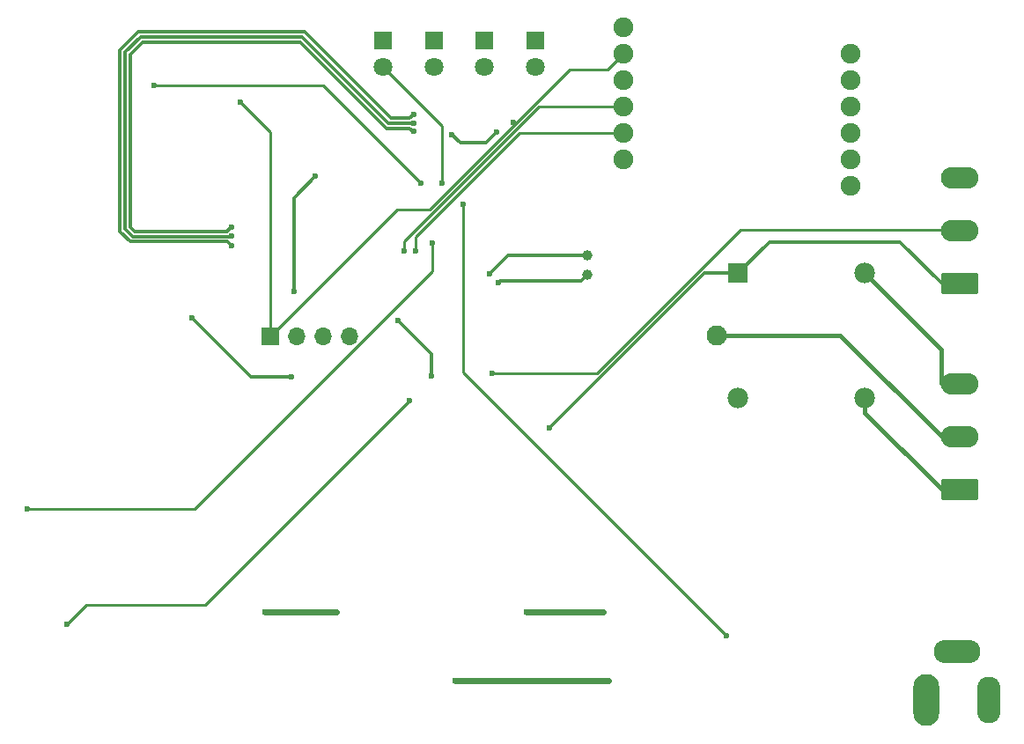
<source format=gbr>
%TF.GenerationSoftware,KiCad,Pcbnew,7.0.1*%
%TF.CreationDate,2023-05-03T11:58:35+03:00*%
%TF.ProjectId,damlama,64616d6c-616d-4612-9e6b-696361645f70,rev?*%
%TF.SameCoordinates,Original*%
%TF.FileFunction,Copper,L2,Bot*%
%TF.FilePolarity,Positive*%
%FSLAX46Y46*%
G04 Gerber Fmt 4.6, Leading zero omitted, Abs format (unit mm)*
G04 Created by KiCad (PCBNEW 7.0.1) date 2023-05-03 11:58:35*
%MOMM*%
%LPD*%
G01*
G04 APERTURE LIST*
G04 Aperture macros list*
%AMRoundRect*
0 Rectangle with rounded corners*
0 $1 Rounding radius*
0 $2 $3 $4 $5 $6 $7 $8 $9 X,Y pos of 4 corners*
0 Add a 4 corners polygon primitive as box body*
4,1,4,$2,$3,$4,$5,$6,$7,$8,$9,$2,$3,0*
0 Add four circle primitives for the rounded corners*
1,1,$1+$1,$2,$3*
1,1,$1+$1,$4,$5*
1,1,$1+$1,$6,$7*
1,1,$1+$1,$8,$9*
0 Add four rect primitives between the rounded corners*
20,1,$1+$1,$2,$3,$4,$5,0*
20,1,$1+$1,$4,$5,$6,$7,0*
20,1,$1+$1,$6,$7,$8,$9,0*
20,1,$1+$1,$8,$9,$2,$3,0*%
G04 Aperture macros list end*
%TA.AperFunction,ComponentPad*%
%ADD10O,2.500000X5.000000*%
%TD*%
%TA.AperFunction,ComponentPad*%
%ADD11O,2.250000X4.500000*%
%TD*%
%TA.AperFunction,ComponentPad*%
%ADD12O,4.500000X2.250000*%
%TD*%
%TA.AperFunction,ComponentPad*%
%ADD13RoundRect,0.249999X1.550001X-0.790001X1.550001X0.790001X-1.550001X0.790001X-1.550001X-0.790001X0*%
%TD*%
%TA.AperFunction,ComponentPad*%
%ADD14O,3.600000X2.080000*%
%TD*%
%TA.AperFunction,ComponentPad*%
%ADD15R,1.980000X1.980000*%
%TD*%
%TA.AperFunction,ComponentPad*%
%ADD16C,1.980000*%
%TD*%
%TA.AperFunction,ComponentPad*%
%ADD17C,1.935000*%
%TD*%
%TA.AperFunction,ComponentPad*%
%ADD18R,1.800000X1.800000*%
%TD*%
%TA.AperFunction,ComponentPad*%
%ADD19C,1.800000*%
%TD*%
%TA.AperFunction,ComponentPad*%
%ADD20C,1.900000*%
%TD*%
%TA.AperFunction,ComponentPad*%
%ADD21C,1.000000*%
%TD*%
%TA.AperFunction,ComponentPad*%
%ADD22R,1.700000X1.700000*%
%TD*%
%TA.AperFunction,ComponentPad*%
%ADD23O,1.700000X1.700000*%
%TD*%
%TA.AperFunction,ViaPad*%
%ADD24C,0.600000*%
%TD*%
%TA.AperFunction,Conductor*%
%ADD25C,0.300000*%
%TD*%
%TA.AperFunction,Conductor*%
%ADD26C,0.250000*%
%TD*%
%TA.AperFunction,Conductor*%
%ADD27C,0.600000*%
%TD*%
%TA.AperFunction,Conductor*%
%ADD28C,0.400000*%
%TD*%
G04 APERTURE END LIST*
D10*
%TO.P,J4,1*%
%TO.N,/Power/VIN*%
X168200000Y-126200000D03*
D11*
%TO.P,J4,2*%
%TO.N,GND*%
X174200000Y-126200000D03*
D12*
%TO.P,J4,3*%
X171200000Y-121500000D03*
%TD*%
D13*
%TO.P,J6,1,Pin_1*%
%TO.N,+5V*%
X171400000Y-86100000D03*
D14*
%TO.P,J6,2,Pin_2*%
%TO.N,/ADC/SENSOR*%
X171400000Y-81020000D03*
%TO.P,J6,3,Pin_3*%
%TO.N,GND*%
X171400000Y-75940000D03*
%TD*%
D15*
%TO.P,K1,A1*%
%TO.N,+5V*%
X150110000Y-85122500D03*
D16*
%TO.P,K1,A2*%
%TO.N,Net-(D4-A)*%
X150110000Y-97122500D03*
D17*
%TO.P,K1,COM*%
%TO.N,/RELAY/RLIN*%
X148110000Y-91122500D03*
D16*
%TO.P,K1,NC*%
%TO.N,/RELAY/RLNC*%
X162310000Y-85122500D03*
%TO.P,K1,NO*%
%TO.N,/RELAY/RLNO*%
X162310000Y-97122500D03*
%TD*%
D18*
%TO.P,D5,1,K*%
%TO.N,Net-(D5-K)*%
X120866668Y-62725000D03*
D19*
%TO.P,D5,2,A*%
%TO.N,/MCU/LED_ACT*%
X120866668Y-65265000D03*
%TD*%
D20*
%TO.P,U3,1,NET*%
%TO.N,unconnected-(U3-NET-Pad1)*%
X139060000Y-61500000D03*
%TO.P,U3,2,VCC*%
%TO.N,+3V3*%
X139060000Y-64040000D03*
%TO.P,U3,3,RST*%
%TO.N,unconnected-(U3-RST-Pad3)*%
X139060000Y-66580000D03*
%TO.P,U3,4,RXD*%
%TO.N,/GSM/RXD*%
X139060000Y-69120000D03*
%TO.P,U3,5,TXD*%
%TO.N,/GSM/TXD*%
X139060000Y-71660000D03*
%TO.P,U3,6,GND*%
%TO.N,GND*%
X139060000Y-74200000D03*
%TO.P,U3,7,SPK-*%
%TO.N,unconnected-(U3-SPK--Pad7)*%
X160930000Y-76740000D03*
%TO.P,U3,8,SPK+*%
%TO.N,unconnected-(U3-SPK+-Pad8)*%
X160930000Y-74200000D03*
%TO.P,U3,9,MIC-*%
%TO.N,unconnected-(U3-MIC--Pad9)*%
X160930000Y-71660000D03*
%TO.P,U3,10,MIC+*%
%TO.N,unconnected-(U3-MIC+-Pad10)*%
X160930000Y-69120000D03*
%TO.P,U3,11,DTR*%
%TO.N,unconnected-(U3-DTR-Pad11)*%
X160930000Y-66580000D03*
%TO.P,U3,12,RING*%
%TO.N,unconnected-(U3-RING-Pad12)*%
X160930000Y-64040000D03*
%TD*%
D13*
%TO.P,J5,1,Pin_1*%
%TO.N,/RELAY/RLNO*%
X171422500Y-105900000D03*
D14*
%TO.P,J5,2,Pin_2*%
%TO.N,/RELAY/RLIN*%
X171422500Y-100820000D03*
%TO.P,J5,3,Pin_3*%
%TO.N,/RELAY/RLNC*%
X171422500Y-95740000D03*
%TD*%
D21*
%TO.P,Y1,1,1*%
%TO.N,/MCU/RCC_OSC32_OUT*%
X135610000Y-83374000D03*
%TO.P,Y1,2,2*%
%TO.N,/MCU/RCC_OSC32_IN*%
X135610000Y-85274000D03*
%TD*%
D18*
%TO.P,D6,1,K*%
%TO.N,Net-(D6-K)*%
X125733334Y-62725000D03*
D19*
%TO.P,D6,2,A*%
%TO.N,/MCU/LED_DEACT*%
X125733334Y-65265000D03*
%TD*%
D22*
%TO.P,J3,1,Pin_1*%
%TO.N,+3V3*%
X105156000Y-91186000D03*
D23*
%TO.P,J3,2,Pin_2*%
%TO.N,GND*%
X107696000Y-91186000D03*
%TO.P,J3,3,Pin_3*%
%TO.N,/MCU/SWDIO*%
X110236000Y-91186000D03*
%TO.P,J3,4,Pin_4*%
%TO.N,/MCU/SWCLK*%
X112776000Y-91186000D03*
%TD*%
D18*
%TO.P,D8,1,K*%
%TO.N,Net-(D8-K)*%
X116000000Y-62725000D03*
D19*
%TO.P,D8,2,A*%
%TO.N,/Power/+12V*%
X116000000Y-65265000D03*
%TD*%
D18*
%TO.P,D7,1,K*%
%TO.N,Net-(D7-K)*%
X130600000Y-62725000D03*
D19*
%TO.P,D7,2,A*%
%TO.N,/MCU/LED_ERR*%
X130600000Y-65265000D03*
%TD*%
D24*
%TO.N,GND*%
X107200000Y-95100000D03*
X109500000Y-75800000D03*
X107400000Y-86900000D03*
X122600000Y-71800000D03*
X126900000Y-71600000D03*
X97600000Y-89400000D03*
%TO.N,/Power/+12V*%
X123698000Y-78486000D03*
X137668000Y-124279500D03*
X149000000Y-120000000D03*
X122936000Y-124279500D03*
X121666000Y-76454000D03*
%TO.N,+5V*%
X132000000Y-100000000D03*
%TO.N,+3V3*%
X102300000Y-68706000D03*
X128500000Y-70600000D03*
%TO.N,/MCU/BTN_ACT*%
X93980000Y-67056000D03*
X119634000Y-76454000D03*
%TO.N,/MCU/RCC_OSC32_IN*%
X127100000Y-86000000D03*
%TO.N,/MCU/RCC_OSC32_OUT*%
X126200000Y-85219500D03*
%TO.N,/ADC/SENSOR*%
X85598000Y-118872000D03*
X118500000Y-97400000D03*
X126500000Y-94800000D03*
%TO.N,/MCU/LED_ACT*%
X118969383Y-69831611D03*
X101400000Y-82500000D03*
%TO.N,/MCU/LED_DEACT*%
X101399199Y-81583932D03*
X118969383Y-70700497D03*
%TO.N,/MCU/LED_ERR*%
X101413173Y-80686827D03*
X118969383Y-71500000D03*
%TO.N,/MCU/RELAY*%
X117400000Y-89700000D03*
X120600000Y-95000000D03*
%TO.N,/ADC/ADC*%
X81800000Y-107800000D03*
X120700000Y-82200000D03*
%TO.N,/GSM/RXD*%
X118000000Y-83000000D03*
%TO.N,/GSM/TXD*%
X119100000Y-83000000D03*
%TO.N,Net-(D10-A)*%
X129794000Y-117675500D03*
X137160000Y-117675500D03*
%TO.N,Net-(D12-A)*%
X111506000Y-117675500D03*
X104648000Y-117675500D03*
%TD*%
D25*
%TO.N,GND*%
X125900000Y-72600000D02*
X126900000Y-71600000D01*
X122600000Y-71800000D02*
X123400000Y-72600000D01*
X107400000Y-86900000D02*
X107400000Y-77900000D01*
X107400000Y-77900000D02*
X109500000Y-75800000D01*
X107200000Y-95100000D02*
X103300000Y-95100000D01*
X103300000Y-95100000D02*
X97600000Y-89400000D01*
X123400000Y-72600000D02*
X125900000Y-72600000D01*
D26*
%TO.N,/Power/+12V*%
X123698000Y-78486000D02*
X123698000Y-86106000D01*
X121666000Y-70931000D02*
X121666000Y-76454000D01*
D27*
X137668000Y-124279500D02*
X122936000Y-124279500D01*
D26*
X123698000Y-86106000D02*
X123698000Y-94698000D01*
X123698000Y-94698000D02*
X149000000Y-120000000D01*
X116000000Y-65265000D02*
X121666000Y-70931000D01*
D25*
%TO.N,+5V*%
X146877500Y-85122500D02*
X150110000Y-85122500D01*
X165658750Y-82116250D02*
X153116250Y-82116250D01*
X153116250Y-82116250D02*
X150110000Y-85122500D01*
X132000000Y-100000000D02*
X146877500Y-85122500D01*
X169622500Y-86080000D02*
X165658750Y-82116250D01*
D26*
%TO.N,+3V3*%
X117342000Y-79000000D02*
X105156000Y-91186000D01*
X137568000Y-65532000D02*
X133931604Y-65532000D01*
X105156000Y-91186000D02*
X105156000Y-71562000D01*
X105156000Y-71562000D02*
X102300000Y-68706000D01*
X139060000Y-64040000D02*
X137568000Y-65532000D01*
X133931604Y-65532000D02*
X120463604Y-79000000D01*
X120463604Y-79000000D02*
X117342000Y-79000000D01*
%TO.N,/MCU/BTN_ACT*%
X110236000Y-67056000D02*
X119634000Y-76454000D01*
X93980000Y-67056000D02*
X110236000Y-67056000D01*
D25*
%TO.N,/MCU/RCC_OSC32_IN*%
X127230500Y-85869500D02*
X127100000Y-86000000D01*
X135014500Y-85869500D02*
X127230500Y-85869500D01*
X135610000Y-85274000D02*
X135014500Y-85869500D01*
%TO.N,/MCU/RCC_OSC32_OUT*%
X128045500Y-83374000D02*
X126200000Y-85219500D01*
X135610000Y-83374000D02*
X128045500Y-83374000D01*
D26*
%TO.N,/ADC/SENSOR*%
X98849500Y-117050500D02*
X118500000Y-97400000D01*
X169622500Y-81000000D02*
X150328248Y-81000000D01*
X126500000Y-94800000D02*
X136528248Y-94800000D01*
X87419500Y-117050500D02*
X98849500Y-117050500D01*
X85598000Y-118872000D02*
X87419500Y-117050500D01*
X150328248Y-81000000D02*
X149864124Y-81464124D01*
X136528248Y-94800000D02*
X149864124Y-81464124D01*
D25*
%TO.N,/MCU/LED_ACT*%
X90700000Y-81107106D02*
X91692894Y-82100000D01*
X90700000Y-63685788D02*
X90700000Y-81107106D01*
X118919030Y-69831611D02*
X118550144Y-70200497D01*
X118550144Y-70200497D02*
X116714709Y-70200497D01*
X101000000Y-82100000D02*
X101400000Y-82500000D01*
X116714709Y-70200497D02*
X108414212Y-61900000D01*
X118969383Y-69831611D02*
X118919030Y-69831611D01*
X92485788Y-61900000D02*
X90700000Y-63685788D01*
X91692894Y-82100000D02*
X101000000Y-82100000D01*
X108414212Y-61900000D02*
X92485788Y-61900000D01*
%TO.N,/MCU/LED_DEACT*%
X91200000Y-80900000D02*
X91900000Y-81600000D01*
X108207106Y-62400000D02*
X92692894Y-62400000D01*
X118900000Y-70700497D02*
X116507603Y-70700497D01*
X101383131Y-81600000D02*
X101399199Y-81583932D01*
X116507603Y-70700497D02*
X108207106Y-62400000D01*
X91900000Y-81600000D02*
X101383131Y-81600000D01*
X91200000Y-63892894D02*
X91200000Y-80900000D01*
X92692894Y-62400000D02*
X91200000Y-63892894D01*
%TO.N,/MCU/LED_ERR*%
X118550144Y-71200497D02*
X116300497Y-71200497D01*
X91700000Y-80692894D02*
X92107106Y-81100000D01*
X116300497Y-71200497D02*
X108000000Y-62900000D01*
X108000000Y-62900000D02*
X92900000Y-62900000D01*
X118900000Y-71500000D02*
X118849647Y-71500000D01*
X100963892Y-81100000D02*
X101377065Y-80686827D01*
X101377065Y-80686827D02*
X101413173Y-80686827D01*
X91700000Y-64100000D02*
X91700000Y-80692894D01*
X92107106Y-81100000D02*
X100963892Y-81100000D01*
X92900000Y-62900000D02*
X91700000Y-64100000D01*
X118849647Y-71500000D02*
X118550144Y-71200497D01*
D28*
%TO.N,/RELAY/RLIN*%
X159945000Y-91122500D02*
X148110000Y-91122500D01*
X169622500Y-100800000D02*
X159945000Y-91122500D01*
%TO.N,/RELAY/RLNO*%
X162310000Y-98567500D02*
X162310000Y-97122500D01*
X169622500Y-105880000D02*
X162310000Y-98567500D01*
%TO.N,/RELAY/RLNC*%
X169622500Y-95720000D02*
X169622500Y-92435000D01*
X169622500Y-92435000D02*
X162310000Y-85122500D01*
D25*
%TO.N,/MCU/RELAY*%
X120600000Y-92900000D02*
X120600000Y-95000000D01*
X117400000Y-89700000D02*
X120600000Y-92900000D01*
D26*
%TO.N,/ADC/ADC*%
X97823701Y-107800000D02*
X120700000Y-84923701D01*
X120700000Y-84923701D02*
X120700000Y-82200000D01*
X81800000Y-107800000D02*
X97823701Y-107800000D01*
%TO.N,/GSM/RXD*%
X118000000Y-82100000D02*
X118000000Y-83000000D01*
X139060000Y-69120000D02*
X130980000Y-69120000D01*
X130980000Y-69120000D02*
X118000000Y-82100000D01*
%TO.N,/GSM/TXD*%
X119100000Y-81636396D02*
X129076396Y-71660000D01*
X129076396Y-71660000D02*
X139060000Y-71660000D01*
X119100000Y-83000000D02*
X119100000Y-81636396D01*
D27*
%TO.N,Net-(D10-A)*%
X129794000Y-117675500D02*
X137160000Y-117675500D01*
%TO.N,Net-(D12-A)*%
X104648000Y-117675500D02*
X111506000Y-117675500D01*
%TD*%
M02*

</source>
